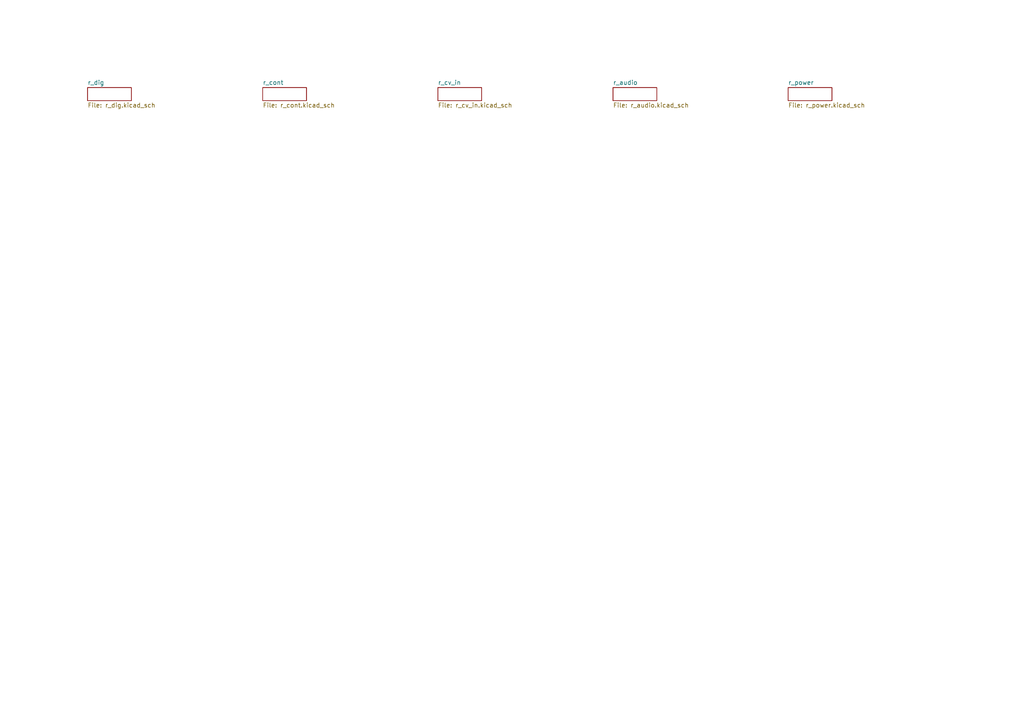
<source format=kicad_sch>
(kicad_sch
	(version 20231120)
	(generator "eeschema")
	(generator_version "8.0")
	(uuid "8c4457ab-449a-4bea-ab0e-e8cba54e4539")
	(paper "A4")
	(lib_symbols)
	(sheet
		(at 228.6 25.4)
		(size 12.7 3.81)
		(fields_autoplaced yes)
		(stroke
			(width 0)
			(type solid)
		)
		(fill
			(color 0 0 0 0.0000)
		)
		(uuid "2c371649-c20b-4d98-b555-b1bc8bb8ea67")
		(property "Sheetname" "r_power"
			(at 228.6 24.6884 0)
			(effects
				(font
					(size 1.27 1.27)
				)
				(justify left bottom)
			)
		)
		(property "Sheetfile" "r_power.kicad_sch"
			(at 228.6 29.7946 0)
			(effects
				(font
					(size 1.27 1.27)
				)
				(justify left top)
			)
		)
		(instances
			(project "rangoon"
				(path "/8c4457ab-449a-4bea-ab0e-e8cba54e4539"
					(page "5")
				)
			)
		)
	)
	(sheet
		(at 76.2 25.4)
		(size 12.7 3.81)
		(fields_autoplaced yes)
		(stroke
			(width 0)
			(type solid)
		)
		(fill
			(color 0 0 0 0.0000)
		)
		(uuid "3c3ab4e0-f268-4a31-bffa-289d41203eb5")
		(property "Sheetname" "r_cont"
			(at 76.2 24.6884 0)
			(effects
				(font
					(size 1.27 1.27)
				)
				(justify left bottom)
			)
		)
		(property "Sheetfile" "r_cont.kicad_sch"
			(at 76.2 29.7946 0)
			(effects
				(font
					(size 1.27 1.27)
				)
				(justify left top)
			)
		)
		(instances
			(project "rangoon"
				(path "/8c4457ab-449a-4bea-ab0e-e8cba54e4539"
					(page "2")
				)
			)
		)
	)
	(sheet
		(at 127 25.4)
		(size 12.7 3.81)
		(fields_autoplaced yes)
		(stroke
			(width 0)
			(type solid)
		)
		(fill
			(color 0 0 0 0.0000)
		)
		(uuid "6eff945e-eefa-4a87-bcde-6665e70e3c96")
		(property "Sheetname" "r_cv_in"
			(at 127 24.6884 0)
			(effects
				(font
					(size 1.27 1.27)
				)
				(justify left bottom)
			)
		)
		(property "Sheetfile" "r_cv_in.kicad_sch"
			(at 127 29.7946 0)
			(effects
				(font
					(size 1.27 1.27)
				)
				(justify left top)
			)
		)
		(instances
			(project "rangoon"
				(path "/8c4457ab-449a-4bea-ab0e-e8cba54e4539"
					(page "3")
				)
			)
		)
	)
	(sheet
		(at 177.8 25.4)
		(size 12.7 3.81)
		(fields_autoplaced yes)
		(stroke
			(width 0)
			(type solid)
		)
		(fill
			(color 0 0 0 0.0000)
		)
		(uuid "7ed93201-952a-47f7-a7f5-0f82812176cc")
		(property "Sheetname" "r_audio"
			(at 177.8 24.6884 0)
			(effects
				(font
					(size 1.27 1.27)
				)
				(justify left bottom)
			)
		)
		(property "Sheetfile" "r_audio.kicad_sch"
			(at 177.8 29.7946 0)
			(effects
				(font
					(size 1.27 1.27)
				)
				(justify left top)
			)
		)
		(instances
			(project "rangoon"
				(path "/8c4457ab-449a-4bea-ab0e-e8cba54e4539"
					(page "4")
				)
			)
		)
	)
	(sheet
		(at 25.4 25.4)
		(size 12.7 3.81)
		(fields_autoplaced yes)
		(stroke
			(width 0)
			(type solid)
		)
		(fill
			(color 0 0 0 0.0000)
		)
		(uuid "8932a7ff-a2e9-44b0-8552-3179b4cc9292")
		(property "Sheetname" "r_dig"
			(at 25.4 24.6884 0)
			(effects
				(font
					(size 1.27 1.27)
				)
				(justify left bottom)
			)
		)
		(property "Sheetfile" "r_dig.kicad_sch"
			(at 25.4 29.7946 0)
			(effects
				(font
					(size 1.27 1.27)
				)
				(justify left top)
			)
		)
		(instances
			(project "rangoon"
				(path "/8c4457ab-449a-4bea-ab0e-e8cba54e4539"
					(page "1")
				)
			)
		)
	)
	(sheet_instances
		(path "/"
			(page "1")
		)
	)
)

</source>
